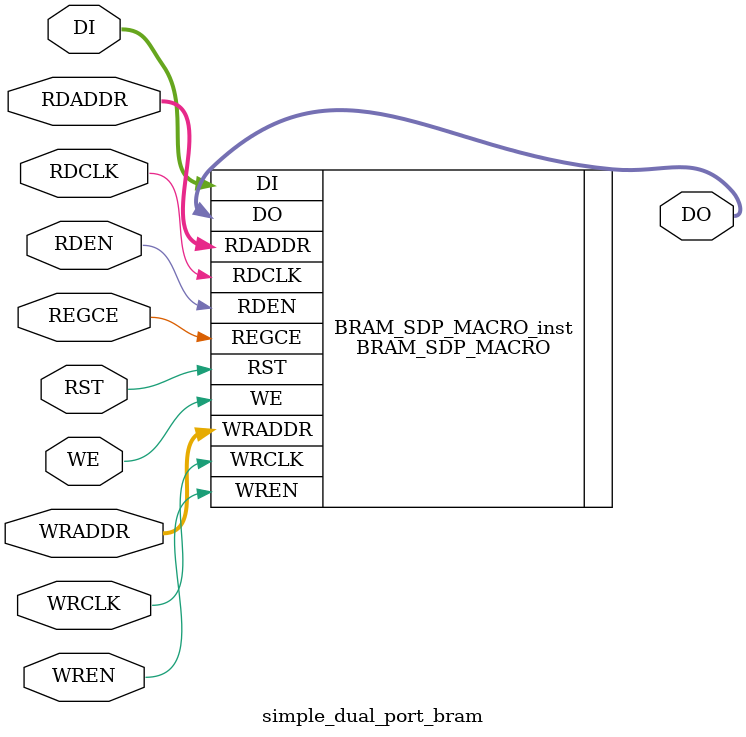
<source format=v>
module simple_dual_port_bram #(
    parameter BRAM_SIZE                 = "18Kb",
    parameter WRITE_WIDTH               = 64,
    parameter READ_WIDTH                = 8,
    parameter WRITE_READ_RATIO          = WRITE_WIDTH/READ_WIDTH,
    parameter OUTPUT_PORT_RESET_VAL     = {READ_WIDTH{1'b0}},
    parameter OUTPUT_PORT_INIT_VAL      = {READ_WIDTH{1'b0}},
    parameter WRITE_DEPTH               = 128,
    parameter WRADDR_WIDTH              = $clog2(WRITE_DEPTH),
    parameter READ_DEPTH                = (WRITE_WIDTH * WRITE_DEPTH)/READ_WIDTH,
    parameter RDADDR_WIDTH              = $clog2(READ_DEPTH)
) (
    output  [READ_WIDTH - 1 : 0]            DO,          // Output read data port, width defined by READ_WIDTH parameter
    input   [WRITE_WIDTH - 1 : 0]           DI,          // Input write data port, width defined by WRITE_WIDTH parameter
    input   [RDADDR_WIDTH - 1 : 0]          RDADDR,      // Input read address, width defined by read port depth
    input                                   RDCLK,       // 1-bit input read clock
    input                                   RDEN,        // 1-bit input read port enable
    input                                   REGCE,       // 1-bit input read output register enable
    input                                   RST,         // 1-bit input reset
    input                                   WE,          // Input write enable, width defined by write port depth
    input   [WRADDR_WIDTH - 1 : 0]          WRADDR,      // Input write address, width defined by write port depth
    input                                   WRCLK,       // 1-bit input write clock
    input                                   WREN         // 1-bit input write port enable
);
    
    BRAM_SDP_MACRO #(
      .BRAM_SIZE("18Kb"), // Target BRAM, "18Kb" or "36Kb" 
      .DEVICE("7SERIES"), // Target device: "7SERIES" , should be virtexuplusHBM?
      .WRITE_WIDTH(WRITE_WIDTH),    // Valid values are 1-72 (37-72 only valid when BRAM_SIZE="36Kb")
      .READ_WIDTH(READ_WIDTH),     // Valid values are 1-72 (37-72 only valid when BRAM_SIZE="36Kb")
      .DO_REG(1),         // Optional output register (0 or 1)
      .INIT_FILE ("NONE"),
      .SIM_COLLISION_CHECK ("ALL"), // Collision check enable "ALL", "WARNING_ONLY", "GENERATE_X_ONLY" or "NONE" 
      .SRVAL(OUTPUT_PORT_RESET_VAL), // Set/Reset value for port output
      .INIT(OUTPUT_PORT_RESET_VAL),  // Initial values on output port
      .WRITE_MODE("WRITE_FIRST"),  // Specify "READ_FIRST" for same clock or synchronous clocks
                                   //   Specify "WRITE_FIRST for asynchronous clocks on ports
      .INIT_00(256'h0000000000000000000000000000000000000000000000000000000000000000),
      .INIT_01(256'h0000000000000000000000000000000000000000000000000000000000000000),
      .INIT_02(256'h0000000000000000000000000000000000000000000000000000000000000000),
      .INIT_03(256'h0000000000000000000000000000000000000000000000000000000000000000),
      .INIT_04(256'h0000000000000000000000000000000000000000000000000000000000000000),
      .INIT_05(256'h0000000000000000000000000000000000000000000000000000000000000000),
      .INIT_06(256'h0000000000000000000000000000000000000000000000000000000000000000),
      .INIT_07(256'h0000000000000000000000000000000000000000000000000000000000000000),
      .INIT_08(256'h0000000000000000000000000000000000000000000000000000000000000000),
      .INIT_09(256'h0000000000000000000000000000000000000000000000000000000000000000),
      .INIT_0A(256'h0000000000000000000000000000000000000000000000000000000000000000),
      .INIT_0B(256'h0000000000000000000000000000000000000000000000000000000000000000),
      .INIT_0C(256'h0000000000000000000000000000000000000000000000000000000000000000),
      .INIT_0D(256'h0000000000000000000000000000000000000000000000000000000000000000),
      .INIT_0E(256'h0000000000000000000000000000000000000000000000000000000000000000),
      .INIT_0F(256'h0000000000000000000000000000000000000000000000000000000000000000),
      .INIT_10(256'h0000000000000000000000000000000000000000000000000000000000000000),
      .INIT_11(256'h0000000000000000000000000000000000000000000000000000000000000000),
      .INIT_12(256'h0000000000000000000000000000000000000000000000000000000000000000),
      .INIT_13(256'h0000000000000000000000000000000000000000000000000000000000000000),
      .INIT_14(256'h0000000000000000000000000000000000000000000000000000000000000000),
      .INIT_15(256'h0000000000000000000000000000000000000000000000000000000000000000),
      .INIT_16(256'h0000000000000000000000000000000000000000000000000000000000000000),
      .INIT_17(256'h0000000000000000000000000000000000000000000000000000000000000000),
      .INIT_18(256'h0000000000000000000000000000000000000000000000000000000000000000),
      .INIT_19(256'h0000000000000000000000000000000000000000000000000000000000000000),
      .INIT_1A(256'h0000000000000000000000000000000000000000000000000000000000000000),
      .INIT_1B(256'h0000000000000000000000000000000000000000000000000000000000000000),
      .INIT_1C(256'h0000000000000000000000000000000000000000000000000000000000000000),
      .INIT_1D(256'h0000000000000000000000000000000000000000000000000000000000000000),
      .INIT_1E(256'h0000000000000000000000000000000000000000000000000000000000000000),
      .INIT_1F(256'h0000000000000000000000000000000000000000000000000000000000000000),
      .INIT_20(256'h0000000000000000000000000000000000000000000000000000000000000000),
      .INIT_21(256'h0000000000000000000000000000000000000000000000000000000000000000),
      .INIT_22(256'h0000000000000000000000000000000000000000000000000000000000000000),
      .INIT_23(256'h0000000000000000000000000000000000000000000000000000000000000000),
      .INIT_24(256'h0000000000000000000000000000000000000000000000000000000000000000),
      .INIT_25(256'h0000000000000000000000000000000000000000000000000000000000000000),
      .INIT_26(256'h0000000000000000000000000000000000000000000000000000000000000000),
      .INIT_27(256'h0000000000000000000000000000000000000000000000000000000000000000),
      .INIT_28(256'h0000000000000000000000000000000000000000000000000000000000000000),
      .INIT_29(256'h0000000000000000000000000000000000000000000000000000000000000000),
      .INIT_2A(256'h0000000000000000000000000000000000000000000000000000000000000000),
      .INIT_2B(256'h0000000000000000000000000000000000000000000000000000000000000000),
      .INIT_2C(256'h0000000000000000000000000000000000000000000000000000000000000000),
      .INIT_2D(256'h0000000000000000000000000000000000000000000000000000000000000000),
      .INIT_2E(256'h0000000000000000000000000000000000000000000000000000000000000000),
      .INIT_2F(256'h0000000000000000000000000000000000000000000000000000000000000000),
      .INIT_30(256'h0000000000000000000000000000000000000000000000000000000000000000),
      .INIT_31(256'h0000000000000000000000000000000000000000000000000000000000000000),
      .INIT_32(256'h0000000000000000000000000000000000000000000000000000000000000000),
      .INIT_33(256'h0000000000000000000000000000000000000000000000000000000000000000),
      .INIT_34(256'h0000000000000000000000000000000000000000000000000000000000000000),
      .INIT_35(256'h0000000000000000000000000000000000000000000000000000000000000000),
      .INIT_36(256'h0000000000000000000000000000000000000000000000000000000000000000),
      .INIT_37(256'h0000000000000000000000000000000000000000000000000000000000000000),
      .INIT_38(256'h0000000000000000000000000000000000000000000000000000000000000000),
      .INIT_39(256'h0000000000000000000000000000000000000000000000000000000000000000),
      .INIT_3A(256'h0000000000000000000000000000000000000000000000000000000000000000),
      .INIT_3B(256'h0000000000000000000000000000000000000000000000000000000000000000),
      .INIT_3C(256'h0000000000000000000000000000000000000000000000000000000000000000),
      .INIT_3D(256'h0000000000000000000000000000000000000000000000000000000000000000),
      .INIT_3E(256'h0000000000000000000000000000000000000000000000000000000000000000),
      .INIT_3F(256'h0000000000000000000000000000000000000000000000000000000000000000),

      // The next set of INIT_xx are valid when configured as 36Kb
      .INIT_40(256'h0000000000000000000000000000000000000000000000000000000000000000),
      .INIT_41(256'h0000000000000000000000000000000000000000000000000000000000000000),
      .INIT_42(256'h0000000000000000000000000000000000000000000000000000000000000000),
      .INIT_43(256'h0000000000000000000000000000000000000000000000000000000000000000),
      .INIT_44(256'h0000000000000000000000000000000000000000000000000000000000000000),
      .INIT_45(256'h0000000000000000000000000000000000000000000000000000000000000000),
      .INIT_46(256'h0000000000000000000000000000000000000000000000000000000000000000),
      .INIT_47(256'h0000000000000000000000000000000000000000000000000000000000000000),
      .INIT_48(256'h0000000000000000000000000000000000000000000000000000000000000000),
      .INIT_49(256'h0000000000000000000000000000000000000000000000000000000000000000),
      .INIT_4A(256'h0000000000000000000000000000000000000000000000000000000000000000),
      .INIT_4B(256'h0000000000000000000000000000000000000000000000000000000000000000),
      .INIT_4C(256'h0000000000000000000000000000000000000000000000000000000000000000),
      .INIT_4D(256'h0000000000000000000000000000000000000000000000000000000000000000),
      .INIT_4E(256'h0000000000000000000000000000000000000000000000000000000000000000),
      .INIT_4F(256'h0000000000000000000000000000000000000000000000000000000000000000),
      .INIT_50(256'h0000000000000000000000000000000000000000000000000000000000000000),
      .INIT_51(256'h0000000000000000000000000000000000000000000000000000000000000000),
      .INIT_52(256'h0000000000000000000000000000000000000000000000000000000000000000),
      .INIT_53(256'h0000000000000000000000000000000000000000000000000000000000000000),
      .INIT_54(256'h0000000000000000000000000000000000000000000000000000000000000000),
      .INIT_55(256'h0000000000000000000000000000000000000000000000000000000000000000),
      .INIT_56(256'h0000000000000000000000000000000000000000000000000000000000000000),
      .INIT_57(256'h0000000000000000000000000000000000000000000000000000000000000000),
      .INIT_58(256'h0000000000000000000000000000000000000000000000000000000000000000),
      .INIT_59(256'h0000000000000000000000000000000000000000000000000000000000000000),
      .INIT_5A(256'h0000000000000000000000000000000000000000000000000000000000000000),
      .INIT_5B(256'h0000000000000000000000000000000000000000000000000000000000000000),
      .INIT_5C(256'h0000000000000000000000000000000000000000000000000000000000000000),
      .INIT_5D(256'h0000000000000000000000000000000000000000000000000000000000000000),
      .INIT_5E(256'h0000000000000000000000000000000000000000000000000000000000000000),
      .INIT_5F(256'h0000000000000000000000000000000000000000000000000000000000000000),
      .INIT_60(256'h0000000000000000000000000000000000000000000000000000000000000000),
      .INIT_61(256'h0000000000000000000000000000000000000000000000000000000000000000),
      .INIT_62(256'h0000000000000000000000000000000000000000000000000000000000000000),
      .INIT_63(256'h0000000000000000000000000000000000000000000000000000000000000000),
      .INIT_64(256'h0000000000000000000000000000000000000000000000000000000000000000),
      .INIT_65(256'h0000000000000000000000000000000000000000000000000000000000000000),
      .INIT_66(256'h0000000000000000000000000000000000000000000000000000000000000000),
      .INIT_67(256'h0000000000000000000000000000000000000000000000000000000000000000),
      .INIT_68(256'h0000000000000000000000000000000000000000000000000000000000000000),
      .INIT_69(256'h0000000000000000000000000000000000000000000000000000000000000000),
      .INIT_6A(256'h0000000000000000000000000000000000000000000000000000000000000000),
      .INIT_6B(256'h0000000000000000000000000000000000000000000000000000000000000000),
      .INIT_6C(256'h0000000000000000000000000000000000000000000000000000000000000000),
      .INIT_6D(256'h0000000000000000000000000000000000000000000000000000000000000000),
      .INIT_6E(256'h0000000000000000000000000000000000000000000000000000000000000000),
      .INIT_6F(256'h0000000000000000000000000000000000000000000000000000000000000000),
      .INIT_70(256'h0000000000000000000000000000000000000000000000000000000000000000),
      .INIT_71(256'h0000000000000000000000000000000000000000000000000000000000000000),
      .INIT_72(256'h0000000000000000000000000000000000000000000000000000000000000000),
      .INIT_73(256'h0000000000000000000000000000000000000000000000000000000000000000),
      .INIT_74(256'h0000000000000000000000000000000000000000000000000000000000000000),
      .INIT_75(256'h0000000000000000000000000000000000000000000000000000000000000000),
      .INIT_76(256'h0000000000000000000000000000000000000000000000000000000000000000),
      .INIT_77(256'h0000000000000000000000000000000000000000000000000000000000000000),
      .INIT_78(256'h0000000000000000000000000000000000000000000000000000000000000000),
      .INIT_79(256'h0000000000000000000000000000000000000000000000000000000000000000),
      .INIT_7A(256'h0000000000000000000000000000000000000000000000000000000000000000),
      .INIT_7B(256'h0000000000000000000000000000000000000000000000000000000000000000),
      .INIT_7C(256'h0000000000000000000000000000000000000000000000000000000000000000),
      .INIT_7D(256'h0000000000000000000000000000000000000000000000000000000000000000),
      .INIT_7E(256'h0000000000000000000000000000000000000000000000000000000000000000),
      .INIT_7F(256'h0000000000000000000000000000000000000000000000000000000000000000),

      // The next set of INITP_xx are for the parity bits
      .INITP_00(256'h0000000000000000000000000000000000000000000000000000000000000000),
      .INITP_01(256'h0000000000000000000000000000000000000000000000000000000000000000),
      .INITP_02(256'h0000000000000000000000000000000000000000000000000000000000000000),
      .INITP_03(256'h0000000000000000000000000000000000000000000000000000000000000000),
      .INITP_04(256'h0000000000000000000000000000000000000000000000000000000000000000),
      .INITP_05(256'h0000000000000000000000000000000000000000000000000000000000000000),
      .INITP_06(256'h0000000000000000000000000000000000000000000000000000000000000000),
      .INITP_07(256'h0000000000000000000000000000000000000000000000000000000000000000),

      // The next set of INITP_xx are valid when configured as 36Kb
      .INITP_08(256'h0000000000000000000000000000000000000000000000000000000000000000),
      .INITP_09(256'h0000000000000000000000000000000000000000000000000000000000000000),
      .INITP_0A(256'h0000000000000000000000000000000000000000000000000000000000000000),
      .INITP_0B(256'h0000000000000000000000000000000000000000000000000000000000000000),
      .INITP_0C(256'h0000000000000000000000000000000000000000000000000000000000000000),
      .INITP_0D(256'h0000000000000000000000000000000000000000000000000000000000000000),
      .INITP_0E(256'h0000000000000000000000000000000000000000000000000000000000000000),
      .INITP_0F(256'h0000000000000000000000000000000000000000000000000000000000000000)
   ) BRAM_SDP_MACRO_inst (
      .DO(DO),         // Output read data port, width defined by READ_WIDTH parameter
      .DI(DI),         // Input write data port, width defined by WRITE_WIDTH parameter
      .RDADDR(RDADDR), // Input read address, width defined by read port depth
      .RDCLK(RDCLK),   // 1-bit input read clock
      .RDEN(RDEN),     // 1-bit input read port enable
      .REGCE(REGCE),   // 1-bit input read output register enable
      .RST(RST),       // 1-bit input reset
      .WE(WE),         // Input write enable, width defined by write port depth
      .WRADDR(WRADDR), // Input write address, width defined by write port depth
      .WRCLK(WRCLK),   // 1-bit input write clock
      .WREN(WREN)      // 1-bit input write port enable
   );


/* ibuf instantiation
                simple_dual_port_bram #(  
                    .WRITE_WIDTH (BANK_WRITE_WIDTH),  
                    .READ_WIDTH  (DATA_WIDTH),  
                    .WRITE_DEPTH (BUFFER_DEPTH)   
                ) ibuf_bank (
                    .WRCLK       (clk           ),
                    .RDCLK       (clk           ),
                    .RST         (reset           ),
                    .DO          (_read_data    ),      
                    .DI          (_write_data    ),      
                    .RDADDR      (_read_addr    ),      
                    .RDEN        (_read_req     ),      
                    .REGCE       (1'b0        ),            
                    .WE          (_write_data_en     ),      
                    .WRADDR      (_write_addr        ),      
                    .WREN        (_write_req    )      
                );
*/
endmodule
</source>
